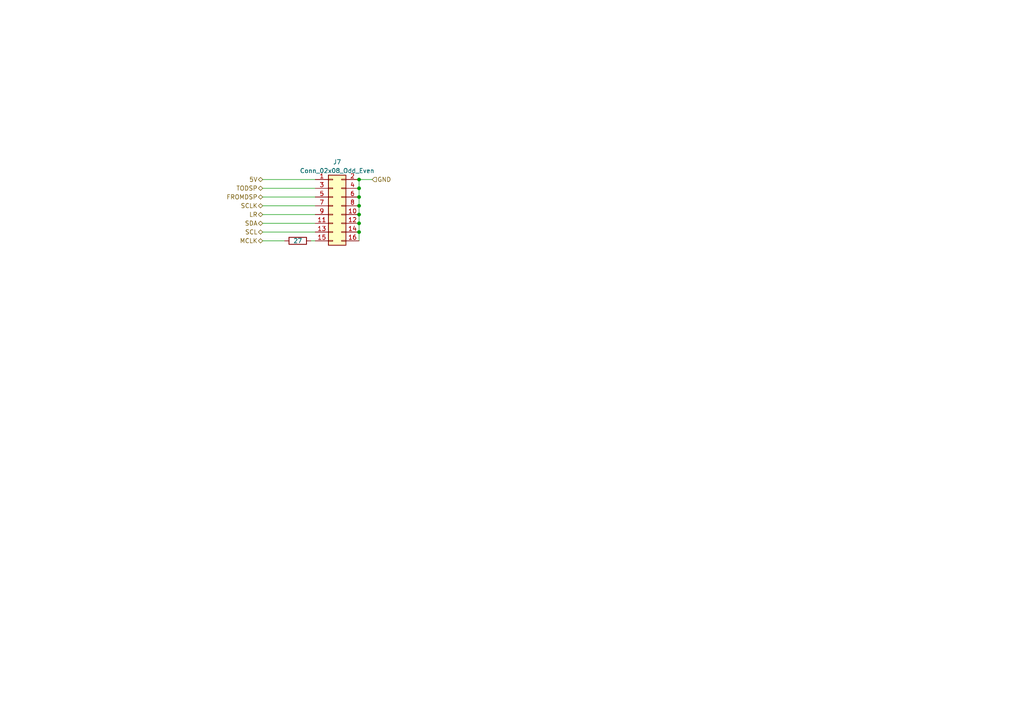
<source format=kicad_sch>
(kicad_sch (version 20231120) (generator "eeschema") (generator_version "8.0")
  (paper "A4")
  (lib_symbols
    (symbol "Connector_Generic:Conn_02x08_Odd_Even" (pin_names (offset 1.016) hide)
      (property "Reference" "J" (at 1.27 10.16 0))
      (property "Value" "Conn_02x08_Odd_Even" (at 1.27 -12.7 0))
      (symbol "Conn_02x08_Odd_Even_1_1"
        (rectangle (start -1.27 -10.033) (end 0 -10.287) (stroke (width 0.1524)))
        (rectangle (start -1.27 -7.493) (end 0 -7.747) (stroke (width 0.1524)))
        (rectangle (start -1.27 -4.953) (end 0 -5.207) (stroke (width 0.1524)))
        (rectangle (start -1.27 -2.413) (end 0 -2.667) (stroke (width 0.1524)))
        (rectangle (start -1.27 0.127) (end 0 -0.127) (stroke (width 0.1524)))
        (rectangle (start -1.27 2.667) (end 0 2.413) (stroke (width 0.1524)))
        (rectangle (start -1.27 5.207) (end 0 4.953) (stroke (width 0.1524)))
        (rectangle (start -1.27 7.747) (end 0 7.493) (stroke (width 0.1524)))
        (rectangle (start -1.27 8.89) (end 3.81 -11.43) (stroke (width 0.254)) (fill (type background)))
        (rectangle (start 3.81 -10.033) (end 2.54 -10.287) (stroke (width 0.1524)))
        (rectangle (start 3.81 -7.493) (end 2.54 -7.747) (stroke (width 0.1524)))
        (rectangle (start 3.81 -4.953) (end 2.54 -5.207) (stroke (width 0.1524)))
        (rectangle (start 3.81 -2.413) (end 2.54 -2.667) (stroke (width 0.1524)))
        (rectangle (start 3.81 0.127) (end 2.54 -0.127) (stroke (width 0.1524)))
        (rectangle (start 3.81 2.667) (end 2.54 2.413) (stroke (width 0.1524)))
        (rectangle (start 3.81 5.207) (end 2.54 4.953) (stroke (width 0.1524)))
        (rectangle (start 3.81 7.747) (end 2.54 7.493) (stroke (width 0.1524)))
        (pin passive line (at -5.08 7.62 0) (length 3.81) (name "Pin_1") (number "1"))
        (pin passive line (at 7.62 -2.54 180) (length 3.81) (name "Pin_10") (number "10"))
        (pin passive line (at -5.08 -5.08 0) (length 3.81) (name "Pin_11") (number "11"))
        (pin passive line (at 7.62 -5.08 180) (length 3.81) (name "Pin_12") (number "12"))
        (pin passive line (at -5.08 -7.62 0) (length 3.81) (name "Pin_13") (number "13"))
        (pin passive line (at 7.62 -7.62 180) (length 3.81) (name "Pin_14") (number "14"))
        (pin passive line (at -5.08 -10.16 0) (length 3.81) (name "Pin_15") (number "15"))
        (pin passive line (at 7.62 -10.16 180) (length 3.81) (name "Pin_16") (number "16"))
        (pin passive line (at 7.62 7.62 180) (length 3.81) (name "Pin_2") (number "2"))
        (pin passive line (at -5.08 5.08 0) (length 3.81) (name "Pin_3") (number "3"))
        (pin passive line (at 7.62 5.08 180) (length 3.81) (name "Pin_4") (number "4"))
        (pin passive line (at -5.08 2.54 0) (length 3.81) (name "Pin_5") (number "5"))
        (pin passive line (at 7.62 2.54 180) (length 3.81) (name "Pin_6") (number "6"))
        (pin passive line (at -5.08 0 0) (length 3.81) (name "Pin_7") (number "7"))
        (pin passive line (at 7.62 0 180) (length 3.81) (name "Pin_8") (number "8"))
        (pin passive line (at -5.08 -2.54 0) (length 3.81) (name "Pin_9") (number "9"))
      )
    )
    (symbol "Device:R" (pin_numbers hide) (pin_names (offset 0))
      (property "Reference" "R" (at 2.032 0 90))
      (property "Value" "R" (at 0 0 90))
      (symbol "R_0_1"
        (rectangle (start -1.016 -2.54) (end 1.016 2.54) (stroke (width 0.254)))
      )
      (symbol "R_1_1"
        (pin passive line (at 0 3.81 270) (length 1.27) (name "~") (number "1"))
        (pin passive line (at 0 -3.81 90) (length 1.27) (name "~") (number "2"))
      )
    )
  )
  (junction (at 104.14 52.07))
  (junction (at 104.14 57.15))
  (junction (at 104.14 59.69))
  (junction (at 104.14 67.31))
  (junction (at 104.14 64.77))
  (junction (at 104.14 54.61))
  (junction (at 104.14 62.23))
  (wire (pts (xy 104.14 57.15) (xy 104.14 59.69)))
  (wire (pts (xy 104.14 52.07) (xy 104.14 54.61)))
  (wire (pts (xy 90.17 69.85) (xy 91.44 69.85)))
  (wire (pts (xy 107.95 52.07) (xy 104.14 52.07)))
  (wire (pts (xy 76.2 52.07) (xy 91.44 52.07)))
  (wire (pts (xy 76.2 64.77) (xy 91.44 64.77)))
  (wire (pts (xy 104.14 64.77) (xy 104.14 67.31)))
  (wire (pts (xy 76.2 57.15) (xy 91.44 57.15)))
  (wire (pts (xy 76.2 62.23) (xy 91.44 62.23)))
  (wire (pts (xy 104.14 67.31) (xy 104.14 69.85)))
  (wire (pts (xy 76.2 69.85) (xy 82.55 69.85)))
  (wire (pts (xy 76.2 67.31) (xy 91.44 67.31)))
  (wire (pts (xy 104.14 54.61) (xy 104.14 57.15)))
  (wire (pts (xy 104.14 59.69) (xy 104.14 62.23)))
  (wire (pts (xy 76.2 54.61) (xy 91.44 54.61)))
  (wire (pts (xy 104.14 62.23) (xy 104.14 64.77)))
  (wire (pts (xy 76.2 59.69) (xy 91.44 59.69)))
  (hierarchical_label "SCLK" (shape bidirectional) (at 76.2 59.69 180))
  (hierarchical_label "GND" (shape input) (at 107.95 52.07 0))
  (hierarchical_label "SDA" (shape bidirectional) (at 76.2 64.77 180))
  (hierarchical_label "MCLK" (shape bidirectional) (at 76.2 69.85 180))
  (hierarchical_label "FROMDSP" (shape bidirectional) (at 76.2 57.15 180))
  (hierarchical_label "5V" (shape bidirectional) (at 76.2 52.07 180))
  (hierarchical_label "TODSP" (shape bidirectional) (at 76.2 54.61 180))
  (hierarchical_label "LR" (shape bidirectional) (at 76.2 62.23 180))
  (hierarchical_label "SCL" (shape bidirectional) (at 76.2 67.31 180))
  (symbol (lib_id "Device:R") (at 86.36 69.85 90) (unit 1)
    (property "Reference" "R26" (effects (hide yes)))
    (property "Value" "27" (at 86.36 69.85 90))
    (property "Footprint" "Resistor_SMD:R_0603_1608Metric" (effects (hide yes)))
    (property "Description" "Resistor" (effects (hide yes)))
  )
  (symbol (lib_id "Connector_Generic:Conn_02x08_Odd_Even") (at 96.52 59.69 0) (unit 1)
    (property "Reference" "J7" (at 97.79 46.99 0))
    (property "Value" "Conn_02x08_Odd_Even" (at 97.79 49.53 0))
    (property "Footprint" "Connector_IDC:IDC-Header_2x08_P2.54mm_Vertical" (effects (hide yes)))
  )
)
</source>
